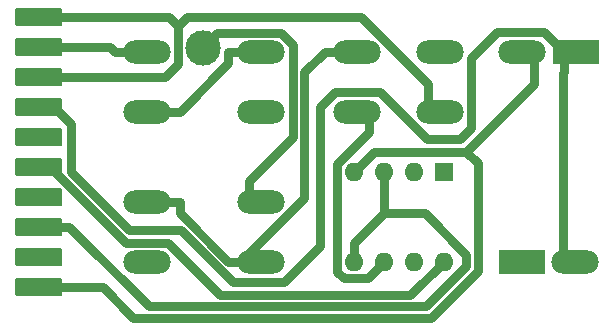
<source format=gbr>
G04 #@! TF.GenerationSoftware,KiCad,Pcbnew,5.1.5+dfsg1-2build2*
G04 #@! TF.CreationDate,2021-05-15T15:28:44-07:00*
G04 #@! TF.ProjectId,preamp-board-v5,70726561-6d70-42d6-926f-6172642d7635,rev?*
G04 #@! TF.SameCoordinates,Original*
G04 #@! TF.FileFunction,Copper,L2,Bot*
G04 #@! TF.FilePolarity,Positive*
%FSLAX46Y46*%
G04 Gerber Fmt 4.6, Leading zero omitted, Abs format (unit mm)*
G04 Created by KiCad (PCBNEW 5.1.5+dfsg1-2build2) date 2021-05-15 15:28:44*
%MOMM*%
%LPD*%
G04 APERTURE LIST*
%ADD10R,4.000000X2.000000*%
%ADD11O,4.000000X2.000000*%
%ADD12C,0.100000*%
%ADD13R,1.600000X1.600000*%
%ADD14O,1.600000X1.600000*%
%ADD15C,3.000000*%
%ADD16C,0.750000*%
G04 APERTURE END LIST*
D10*
X678450000Y640715000D03*
D11*
X682950000Y640715000D03*
X678490000Y658495000D03*
D10*
X682990000Y658495000D03*
D11*
X664480000Y658495000D03*
X671480000Y658495000D03*
X671480000Y653415000D03*
X664480000Y653415000D03*
G04 #@! TA.AperFunction,ConnectorPad*
D12*
G36*
X639359925Y662181039D02*
G01*
X639379305Y662178164D01*
X639398310Y662173403D01*
X639416756Y662166803D01*
X639434468Y662158426D01*
X639451272Y662148354D01*
X639467009Y662136683D01*
X639481526Y662123526D01*
X639494683Y662109009D01*
X639506354Y662093272D01*
X639516426Y662076468D01*
X639524803Y662058756D01*
X639531403Y662040310D01*
X639536164Y662021305D01*
X639539039Y662001925D01*
X639540000Y661982356D01*
X639540000Y660857644D01*
X639539039Y660838075D01*
X639536164Y660818695D01*
X639531403Y660799690D01*
X639524803Y660781244D01*
X639516426Y660763532D01*
X639506354Y660746728D01*
X639494683Y660730991D01*
X639481526Y660716474D01*
X639467009Y660703317D01*
X639451272Y660691646D01*
X639434468Y660681574D01*
X639416756Y660673197D01*
X639398310Y660666597D01*
X639379305Y660661836D01*
X639359925Y660658961D01*
X639340356Y660658000D01*
X635739644Y660658000D01*
X635720075Y660658961D01*
X635700695Y660661836D01*
X635681690Y660666597D01*
X635663244Y660673197D01*
X635645532Y660681574D01*
X635628728Y660691646D01*
X635612991Y660703317D01*
X635598474Y660716474D01*
X635585317Y660730991D01*
X635573646Y660746728D01*
X635563574Y660763532D01*
X635555197Y660781244D01*
X635548597Y660799690D01*
X635543836Y660818695D01*
X635540961Y660838075D01*
X635540000Y660857644D01*
X635540000Y661982356D01*
X635540961Y662001925D01*
X635543836Y662021305D01*
X635548597Y662040310D01*
X635555197Y662058756D01*
X635563574Y662076468D01*
X635573646Y662093272D01*
X635585317Y662109009D01*
X635598474Y662123526D01*
X635612991Y662136683D01*
X635628728Y662148354D01*
X635645532Y662158426D01*
X635663244Y662166803D01*
X635681690Y662173403D01*
X635700695Y662178164D01*
X635720075Y662181039D01*
X635739644Y662182000D01*
X639340356Y662182000D01*
X639359925Y662181039D01*
G37*
G04 #@! TD.AperFunction*
G04 #@! TA.AperFunction,ConnectorPad*
G36*
X639359925Y659641039D02*
G01*
X639379305Y659638164D01*
X639398310Y659633403D01*
X639416756Y659626803D01*
X639434468Y659618426D01*
X639451272Y659608354D01*
X639467009Y659596683D01*
X639481526Y659583526D01*
X639494683Y659569009D01*
X639506354Y659553272D01*
X639516426Y659536468D01*
X639524803Y659518756D01*
X639531403Y659500310D01*
X639536164Y659481305D01*
X639539039Y659461925D01*
X639540000Y659442356D01*
X639540000Y658317644D01*
X639539039Y658298075D01*
X639536164Y658278695D01*
X639531403Y658259690D01*
X639524803Y658241244D01*
X639516426Y658223532D01*
X639506354Y658206728D01*
X639494683Y658190991D01*
X639481526Y658176474D01*
X639467009Y658163317D01*
X639451272Y658151646D01*
X639434468Y658141574D01*
X639416756Y658133197D01*
X639398310Y658126597D01*
X639379305Y658121836D01*
X639359925Y658118961D01*
X639340356Y658118000D01*
X635739644Y658118000D01*
X635720075Y658118961D01*
X635700695Y658121836D01*
X635681690Y658126597D01*
X635663244Y658133197D01*
X635645532Y658141574D01*
X635628728Y658151646D01*
X635612991Y658163317D01*
X635598474Y658176474D01*
X635585317Y658190991D01*
X635573646Y658206728D01*
X635563574Y658223532D01*
X635555197Y658241244D01*
X635548597Y658259690D01*
X635543836Y658278695D01*
X635540961Y658298075D01*
X635540000Y658317644D01*
X635540000Y659442356D01*
X635540961Y659461925D01*
X635543836Y659481305D01*
X635548597Y659500310D01*
X635555197Y659518756D01*
X635563574Y659536468D01*
X635573646Y659553272D01*
X635585317Y659569009D01*
X635598474Y659583526D01*
X635612991Y659596683D01*
X635628728Y659608354D01*
X635645532Y659618426D01*
X635663244Y659626803D01*
X635681690Y659633403D01*
X635700695Y659638164D01*
X635720075Y659641039D01*
X635739644Y659642000D01*
X639340356Y659642000D01*
X639359925Y659641039D01*
G37*
G04 #@! TD.AperFunction*
G04 #@! TA.AperFunction,ConnectorPad*
G36*
X639359925Y657101039D02*
G01*
X639379305Y657098164D01*
X639398310Y657093403D01*
X639416756Y657086803D01*
X639434468Y657078426D01*
X639451272Y657068354D01*
X639467009Y657056683D01*
X639481526Y657043526D01*
X639494683Y657029009D01*
X639506354Y657013272D01*
X639516426Y656996468D01*
X639524803Y656978756D01*
X639531403Y656960310D01*
X639536164Y656941305D01*
X639539039Y656921925D01*
X639540000Y656902356D01*
X639540000Y655777644D01*
X639539039Y655758075D01*
X639536164Y655738695D01*
X639531403Y655719690D01*
X639524803Y655701244D01*
X639516426Y655683532D01*
X639506354Y655666728D01*
X639494683Y655650991D01*
X639481526Y655636474D01*
X639467009Y655623317D01*
X639451272Y655611646D01*
X639434468Y655601574D01*
X639416756Y655593197D01*
X639398310Y655586597D01*
X639379305Y655581836D01*
X639359925Y655578961D01*
X639340356Y655578000D01*
X635739644Y655578000D01*
X635720075Y655578961D01*
X635700695Y655581836D01*
X635681690Y655586597D01*
X635663244Y655593197D01*
X635645532Y655601574D01*
X635628728Y655611646D01*
X635612991Y655623317D01*
X635598474Y655636474D01*
X635585317Y655650991D01*
X635573646Y655666728D01*
X635563574Y655683532D01*
X635555197Y655701244D01*
X635548597Y655719690D01*
X635543836Y655738695D01*
X635540961Y655758075D01*
X635540000Y655777644D01*
X635540000Y656902356D01*
X635540961Y656921925D01*
X635543836Y656941305D01*
X635548597Y656960310D01*
X635555197Y656978756D01*
X635563574Y656996468D01*
X635573646Y657013272D01*
X635585317Y657029009D01*
X635598474Y657043526D01*
X635612991Y657056683D01*
X635628728Y657068354D01*
X635645532Y657078426D01*
X635663244Y657086803D01*
X635681690Y657093403D01*
X635700695Y657098164D01*
X635720075Y657101039D01*
X635739644Y657102000D01*
X639340356Y657102000D01*
X639359925Y657101039D01*
G37*
G04 #@! TD.AperFunction*
G04 #@! TA.AperFunction,ConnectorPad*
G36*
X639359925Y654561039D02*
G01*
X639379305Y654558164D01*
X639398310Y654553403D01*
X639416756Y654546803D01*
X639434468Y654538426D01*
X639451272Y654528354D01*
X639467009Y654516683D01*
X639481526Y654503526D01*
X639494683Y654489009D01*
X639506354Y654473272D01*
X639516426Y654456468D01*
X639524803Y654438756D01*
X639531403Y654420310D01*
X639536164Y654401305D01*
X639539039Y654381925D01*
X639540000Y654362356D01*
X639540000Y653237644D01*
X639539039Y653218075D01*
X639536164Y653198695D01*
X639531403Y653179690D01*
X639524803Y653161244D01*
X639516426Y653143532D01*
X639506354Y653126728D01*
X639494683Y653110991D01*
X639481526Y653096474D01*
X639467009Y653083317D01*
X639451272Y653071646D01*
X639434468Y653061574D01*
X639416756Y653053197D01*
X639398310Y653046597D01*
X639379305Y653041836D01*
X639359925Y653038961D01*
X639340356Y653038000D01*
X635739644Y653038000D01*
X635720075Y653038961D01*
X635700695Y653041836D01*
X635681690Y653046597D01*
X635663244Y653053197D01*
X635645532Y653061574D01*
X635628728Y653071646D01*
X635612991Y653083317D01*
X635598474Y653096474D01*
X635585317Y653110991D01*
X635573646Y653126728D01*
X635563574Y653143532D01*
X635555197Y653161244D01*
X635548597Y653179690D01*
X635543836Y653198695D01*
X635540961Y653218075D01*
X635540000Y653237644D01*
X635540000Y654362356D01*
X635540961Y654381925D01*
X635543836Y654401305D01*
X635548597Y654420310D01*
X635555197Y654438756D01*
X635563574Y654456468D01*
X635573646Y654473272D01*
X635585317Y654489009D01*
X635598474Y654503526D01*
X635612991Y654516683D01*
X635628728Y654528354D01*
X635645532Y654538426D01*
X635663244Y654546803D01*
X635681690Y654553403D01*
X635700695Y654558164D01*
X635720075Y654561039D01*
X635739644Y654562000D01*
X639340356Y654562000D01*
X639359925Y654561039D01*
G37*
G04 #@! TD.AperFunction*
G04 #@! TA.AperFunction,ConnectorPad*
G36*
X639359925Y652021039D02*
G01*
X639379305Y652018164D01*
X639398310Y652013403D01*
X639416756Y652006803D01*
X639434468Y651998426D01*
X639451272Y651988354D01*
X639467009Y651976683D01*
X639481526Y651963526D01*
X639494683Y651949009D01*
X639506354Y651933272D01*
X639516426Y651916468D01*
X639524803Y651898756D01*
X639531403Y651880310D01*
X639536164Y651861305D01*
X639539039Y651841925D01*
X639540000Y651822356D01*
X639540000Y650697644D01*
X639539039Y650678075D01*
X639536164Y650658695D01*
X639531403Y650639690D01*
X639524803Y650621244D01*
X639516426Y650603532D01*
X639506354Y650586728D01*
X639494683Y650570991D01*
X639481526Y650556474D01*
X639467009Y650543317D01*
X639451272Y650531646D01*
X639434468Y650521574D01*
X639416756Y650513197D01*
X639398310Y650506597D01*
X639379305Y650501836D01*
X639359925Y650498961D01*
X639340356Y650498000D01*
X635739644Y650498000D01*
X635720075Y650498961D01*
X635700695Y650501836D01*
X635681690Y650506597D01*
X635663244Y650513197D01*
X635645532Y650521574D01*
X635628728Y650531646D01*
X635612991Y650543317D01*
X635598474Y650556474D01*
X635585317Y650570991D01*
X635573646Y650586728D01*
X635563574Y650603532D01*
X635555197Y650621244D01*
X635548597Y650639690D01*
X635543836Y650658695D01*
X635540961Y650678075D01*
X635540000Y650697644D01*
X635540000Y651822356D01*
X635540961Y651841925D01*
X635543836Y651861305D01*
X635548597Y651880310D01*
X635555197Y651898756D01*
X635563574Y651916468D01*
X635573646Y651933272D01*
X635585317Y651949009D01*
X635598474Y651963526D01*
X635612991Y651976683D01*
X635628728Y651988354D01*
X635645532Y651998426D01*
X635663244Y652006803D01*
X635681690Y652013403D01*
X635700695Y652018164D01*
X635720075Y652021039D01*
X635739644Y652022000D01*
X639340356Y652022000D01*
X639359925Y652021039D01*
G37*
G04 #@! TD.AperFunction*
G04 #@! TA.AperFunction,ConnectorPad*
G36*
X639359925Y649481039D02*
G01*
X639379305Y649478164D01*
X639398310Y649473403D01*
X639416756Y649466803D01*
X639434468Y649458426D01*
X639451272Y649448354D01*
X639467009Y649436683D01*
X639481526Y649423526D01*
X639494683Y649409009D01*
X639506354Y649393272D01*
X639516426Y649376468D01*
X639524803Y649358756D01*
X639531403Y649340310D01*
X639536164Y649321305D01*
X639539039Y649301925D01*
X639540000Y649282356D01*
X639540000Y648157644D01*
X639539039Y648138075D01*
X639536164Y648118695D01*
X639531403Y648099690D01*
X639524803Y648081244D01*
X639516426Y648063532D01*
X639506354Y648046728D01*
X639494683Y648030991D01*
X639481526Y648016474D01*
X639467009Y648003317D01*
X639451272Y647991646D01*
X639434468Y647981574D01*
X639416756Y647973197D01*
X639398310Y647966597D01*
X639379305Y647961836D01*
X639359925Y647958961D01*
X639340356Y647958000D01*
X635739644Y647958000D01*
X635720075Y647958961D01*
X635700695Y647961836D01*
X635681690Y647966597D01*
X635663244Y647973197D01*
X635645532Y647981574D01*
X635628728Y647991646D01*
X635612991Y648003317D01*
X635598474Y648016474D01*
X635585317Y648030991D01*
X635573646Y648046728D01*
X635563574Y648063532D01*
X635555197Y648081244D01*
X635548597Y648099690D01*
X635543836Y648118695D01*
X635540961Y648138075D01*
X635540000Y648157644D01*
X635540000Y649282356D01*
X635540961Y649301925D01*
X635543836Y649321305D01*
X635548597Y649340310D01*
X635555197Y649358756D01*
X635563574Y649376468D01*
X635573646Y649393272D01*
X635585317Y649409009D01*
X635598474Y649423526D01*
X635612991Y649436683D01*
X635628728Y649448354D01*
X635645532Y649458426D01*
X635663244Y649466803D01*
X635681690Y649473403D01*
X635700695Y649478164D01*
X635720075Y649481039D01*
X635739644Y649482000D01*
X639340356Y649482000D01*
X639359925Y649481039D01*
G37*
G04 #@! TD.AperFunction*
G04 #@! TA.AperFunction,ConnectorPad*
G36*
X639359925Y646941039D02*
G01*
X639379305Y646938164D01*
X639398310Y646933403D01*
X639416756Y646926803D01*
X639434468Y646918426D01*
X639451272Y646908354D01*
X639467009Y646896683D01*
X639481526Y646883526D01*
X639494683Y646869009D01*
X639506354Y646853272D01*
X639516426Y646836468D01*
X639524803Y646818756D01*
X639531403Y646800310D01*
X639536164Y646781305D01*
X639539039Y646761925D01*
X639540000Y646742356D01*
X639540000Y645617644D01*
X639539039Y645598075D01*
X639536164Y645578695D01*
X639531403Y645559690D01*
X639524803Y645541244D01*
X639516426Y645523532D01*
X639506354Y645506728D01*
X639494683Y645490991D01*
X639481526Y645476474D01*
X639467009Y645463317D01*
X639451272Y645451646D01*
X639434468Y645441574D01*
X639416756Y645433197D01*
X639398310Y645426597D01*
X639379305Y645421836D01*
X639359925Y645418961D01*
X639340356Y645418000D01*
X635739644Y645418000D01*
X635720075Y645418961D01*
X635700695Y645421836D01*
X635681690Y645426597D01*
X635663244Y645433197D01*
X635645532Y645441574D01*
X635628728Y645451646D01*
X635612991Y645463317D01*
X635598474Y645476474D01*
X635585317Y645490991D01*
X635573646Y645506728D01*
X635563574Y645523532D01*
X635555197Y645541244D01*
X635548597Y645559690D01*
X635543836Y645578695D01*
X635540961Y645598075D01*
X635540000Y645617644D01*
X635540000Y646742356D01*
X635540961Y646761925D01*
X635543836Y646781305D01*
X635548597Y646800310D01*
X635555197Y646818756D01*
X635563574Y646836468D01*
X635573646Y646853272D01*
X635585317Y646869009D01*
X635598474Y646883526D01*
X635612991Y646896683D01*
X635628728Y646908354D01*
X635645532Y646918426D01*
X635663244Y646926803D01*
X635681690Y646933403D01*
X635700695Y646938164D01*
X635720075Y646941039D01*
X635739644Y646942000D01*
X639340356Y646942000D01*
X639359925Y646941039D01*
G37*
G04 #@! TD.AperFunction*
G04 #@! TA.AperFunction,ConnectorPad*
G36*
X639359925Y644401039D02*
G01*
X639379305Y644398164D01*
X639398310Y644393403D01*
X639416756Y644386803D01*
X639434468Y644378426D01*
X639451272Y644368354D01*
X639467009Y644356683D01*
X639481526Y644343526D01*
X639494683Y644329009D01*
X639506354Y644313272D01*
X639516426Y644296468D01*
X639524803Y644278756D01*
X639531403Y644260310D01*
X639536164Y644241305D01*
X639539039Y644221925D01*
X639540000Y644202356D01*
X639540000Y643077644D01*
X639539039Y643058075D01*
X639536164Y643038695D01*
X639531403Y643019690D01*
X639524803Y643001244D01*
X639516426Y642983532D01*
X639506354Y642966728D01*
X639494683Y642950991D01*
X639481526Y642936474D01*
X639467009Y642923317D01*
X639451272Y642911646D01*
X639434468Y642901574D01*
X639416756Y642893197D01*
X639398310Y642886597D01*
X639379305Y642881836D01*
X639359925Y642878961D01*
X639340356Y642878000D01*
X635739644Y642878000D01*
X635720075Y642878961D01*
X635700695Y642881836D01*
X635681690Y642886597D01*
X635663244Y642893197D01*
X635645532Y642901574D01*
X635628728Y642911646D01*
X635612991Y642923317D01*
X635598474Y642936474D01*
X635585317Y642950991D01*
X635573646Y642966728D01*
X635563574Y642983532D01*
X635555197Y643001244D01*
X635548597Y643019690D01*
X635543836Y643038695D01*
X635540961Y643058075D01*
X635540000Y643077644D01*
X635540000Y644202356D01*
X635540961Y644221925D01*
X635543836Y644241305D01*
X635548597Y644260310D01*
X635555197Y644278756D01*
X635563574Y644296468D01*
X635573646Y644313272D01*
X635585317Y644329009D01*
X635598474Y644343526D01*
X635612991Y644356683D01*
X635628728Y644368354D01*
X635645532Y644378426D01*
X635663244Y644386803D01*
X635681690Y644393403D01*
X635700695Y644398164D01*
X635720075Y644401039D01*
X635739644Y644402000D01*
X639340356Y644402000D01*
X639359925Y644401039D01*
G37*
G04 #@! TD.AperFunction*
G04 #@! TA.AperFunction,ConnectorPad*
G36*
X639359925Y641861039D02*
G01*
X639379305Y641858164D01*
X639398310Y641853403D01*
X639416756Y641846803D01*
X639434468Y641838426D01*
X639451272Y641828354D01*
X639467009Y641816683D01*
X639481526Y641803526D01*
X639494683Y641789009D01*
X639506354Y641773272D01*
X639516426Y641756468D01*
X639524803Y641738756D01*
X639531403Y641720310D01*
X639536164Y641701305D01*
X639539039Y641681925D01*
X639540000Y641662356D01*
X639540000Y640537644D01*
X639539039Y640518075D01*
X639536164Y640498695D01*
X639531403Y640479690D01*
X639524803Y640461244D01*
X639516426Y640443532D01*
X639506354Y640426728D01*
X639494683Y640410991D01*
X639481526Y640396474D01*
X639467009Y640383317D01*
X639451272Y640371646D01*
X639434468Y640361574D01*
X639416756Y640353197D01*
X639398310Y640346597D01*
X639379305Y640341836D01*
X639359925Y640338961D01*
X639340356Y640338000D01*
X635739644Y640338000D01*
X635720075Y640338961D01*
X635700695Y640341836D01*
X635681690Y640346597D01*
X635663244Y640353197D01*
X635645532Y640361574D01*
X635628728Y640371646D01*
X635612991Y640383317D01*
X635598474Y640396474D01*
X635585317Y640410991D01*
X635573646Y640426728D01*
X635563574Y640443532D01*
X635555197Y640461244D01*
X635548597Y640479690D01*
X635543836Y640498695D01*
X635540961Y640518075D01*
X635540000Y640537644D01*
X635540000Y641662356D01*
X635540961Y641681925D01*
X635543836Y641701305D01*
X635548597Y641720310D01*
X635555197Y641738756D01*
X635563574Y641756468D01*
X635573646Y641773272D01*
X635585317Y641789009D01*
X635598474Y641803526D01*
X635612991Y641816683D01*
X635628728Y641828354D01*
X635645532Y641838426D01*
X635663244Y641846803D01*
X635681690Y641853403D01*
X635700695Y641858164D01*
X635720075Y641861039D01*
X635739644Y641862000D01*
X639340356Y641862000D01*
X639359925Y641861039D01*
G37*
G04 #@! TD.AperFunction*
G04 #@! TA.AperFunction,ConnectorPad*
G36*
X639359925Y639321039D02*
G01*
X639379305Y639318164D01*
X639398310Y639313403D01*
X639416756Y639306803D01*
X639434468Y639298426D01*
X639451272Y639288354D01*
X639467009Y639276683D01*
X639481526Y639263526D01*
X639494683Y639249009D01*
X639506354Y639233272D01*
X639516426Y639216468D01*
X639524803Y639198756D01*
X639531403Y639180310D01*
X639536164Y639161305D01*
X639539039Y639141925D01*
X639540000Y639122356D01*
X639540000Y637997644D01*
X639539039Y637978075D01*
X639536164Y637958695D01*
X639531403Y637939690D01*
X639524803Y637921244D01*
X639516426Y637903532D01*
X639506354Y637886728D01*
X639494683Y637870991D01*
X639481526Y637856474D01*
X639467009Y637843317D01*
X639451272Y637831646D01*
X639434468Y637821574D01*
X639416756Y637813197D01*
X639398310Y637806597D01*
X639379305Y637801836D01*
X639359925Y637798961D01*
X639340356Y637798000D01*
X635739644Y637798000D01*
X635720075Y637798961D01*
X635700695Y637801836D01*
X635681690Y637806597D01*
X635663244Y637813197D01*
X635645532Y637821574D01*
X635628728Y637831646D01*
X635612991Y637843317D01*
X635598474Y637856474D01*
X635585317Y637870991D01*
X635573646Y637886728D01*
X635563574Y637903532D01*
X635555197Y637921244D01*
X635548597Y637939690D01*
X635543836Y637958695D01*
X635540961Y637978075D01*
X635540000Y637997644D01*
X635540000Y639122356D01*
X635540961Y639141925D01*
X635543836Y639161305D01*
X635548597Y639180310D01*
X635555197Y639198756D01*
X635563574Y639216468D01*
X635573646Y639233272D01*
X635585317Y639249009D01*
X635598474Y639263526D01*
X635612991Y639276683D01*
X635628728Y639288354D01*
X635645532Y639298426D01*
X635663244Y639306803D01*
X635681690Y639313403D01*
X635700695Y639318164D01*
X635720075Y639321039D01*
X635739644Y639322000D01*
X639340356Y639322000D01*
X639359925Y639321039D01*
G37*
G04 #@! TD.AperFunction*
D11*
X646700000Y658495000D03*
X656320000Y658495000D03*
X656320000Y640715000D03*
X646700000Y640715000D03*
X646700000Y653415000D03*
X656320000Y653415000D03*
X656320000Y645795000D03*
X646700000Y645795000D03*
D13*
X671830000Y648335000D03*
D14*
X664210000Y640715000D03*
X669290000Y648335000D03*
X666750000Y640715000D03*
X666750000Y648335000D03*
X669290000Y640715000D03*
X664210000Y648335000D03*
X671830000Y640715000D03*
D15*
X651419000Y658825000D03*
D16*
X671830000Y640715000D02*
X668992000Y637877000D01*
X668992000Y637877000D02*
X652913000Y637877000D01*
X652913000Y637877000D02*
X648498000Y642292000D01*
X648498000Y642292000D02*
X644887000Y642292000D01*
X644887000Y642292000D02*
X638459000Y648720000D01*
X638459000Y648720000D02*
X637540000Y648720000D01*
X681990000Y658495000D02*
X681990000Y656745000D01*
X681950000Y640715000D02*
X681950000Y656705000D01*
X681950000Y656705000D02*
X681990000Y656745000D01*
X681990000Y658495000D02*
X680347000Y660138000D01*
X680347000Y660138000D02*
X676353000Y660138000D01*
X676353000Y660138000D02*
X674140000Y657925000D01*
X674140000Y657925000D02*
X674140000Y652056000D01*
X674140000Y652056000D02*
X673212000Y651128000D01*
X673212000Y651128000D02*
X670423000Y651128000D01*
X670423000Y651128000D02*
X666447000Y655104000D01*
X666447000Y655104000D02*
X662604000Y655104000D01*
X662604000Y655104000D02*
X661323000Y653823000D01*
X661323000Y653823000D02*
X661323000Y642041000D01*
X661323000Y642041000D02*
X658266000Y638984000D01*
X658266000Y638984000D02*
X653954000Y638984000D01*
X653954000Y638984000D02*
X649544000Y643394000D01*
X649544000Y643394000D02*
X645132000Y643394000D01*
X645132000Y643394000D02*
X640221000Y648305000D01*
X640221000Y648305000D02*
X640221000Y652382000D01*
X640221000Y652382000D02*
X638803000Y653800000D01*
X638803000Y653800000D02*
X637540000Y653800000D01*
X637540000Y643640000D02*
X640118000Y643640000D01*
X640118000Y643640000D02*
X646832000Y636926000D01*
X646832000Y636926000D02*
X670352000Y636926000D01*
X670352000Y636926000D02*
X673737000Y640311000D01*
X673737000Y640311000D02*
X673737000Y641300000D01*
X673737000Y641300000D02*
X670232000Y644805000D01*
X670232000Y644805000D02*
X666750000Y644805000D01*
X666750000Y644805000D02*
X664210000Y642265000D01*
X666750000Y648335000D02*
X666750000Y644805000D01*
X664210000Y640715000D02*
X664210000Y642265000D01*
X637540000Y638560000D02*
X642939000Y638560000D01*
X642939000Y638560000D02*
X645524000Y635975000D01*
X645524000Y635975000D02*
X670745000Y635975000D01*
X670745000Y635975000D02*
X674688000Y639918000D01*
X674688000Y639918000D02*
X674688000Y649084000D01*
X674688000Y649084000D02*
X673737000Y650035000D01*
X673737000Y650035000D02*
X665910000Y650035000D01*
X665910000Y650035000D02*
X664210000Y648335000D01*
X679490000Y656745000D02*
X679490000Y655788000D01*
X679490000Y655788000D02*
X673737000Y650035000D01*
X679490000Y658495000D02*
X679490000Y656745000D01*
X665480000Y658495000D02*
X661730000Y658495000D01*
X654558000Y640715000D02*
X659976000Y646133000D01*
X659976000Y646133000D02*
X659976000Y656741000D01*
X659976000Y656741000D02*
X661730000Y658495000D01*
X654558000Y640715000D02*
X653570000Y640715000D01*
X655320000Y640715000D02*
X654558000Y640715000D01*
X647700000Y645795000D02*
X649450000Y645795000D01*
X653570000Y640715000D02*
X649450000Y644835000D01*
X649450000Y644835000D02*
X649450000Y645795000D01*
X649326000Y660695000D02*
X649326000Y657459000D01*
X649326000Y657459000D02*
X648207000Y656340000D01*
X648207000Y656340000D02*
X637540000Y656340000D01*
X670480000Y653415000D02*
X670480000Y655753000D01*
X670480000Y655753000D02*
X664777000Y661456000D01*
X664777000Y661456000D02*
X650087000Y661456000D01*
X650087000Y661456000D02*
X649326000Y660695000D01*
X649326000Y660695000D02*
X648601000Y661420000D01*
X648601000Y661420000D02*
X637540000Y661420000D01*
X665480000Y653415000D02*
X665480000Y651665000D01*
X666750000Y640715000D02*
X665372000Y639337000D01*
X665372000Y639337000D02*
X663340000Y639337000D01*
X663340000Y639337000D02*
X662807000Y639870000D01*
X662807000Y639870000D02*
X662807000Y648992000D01*
X662807000Y648992000D02*
X665480000Y651665000D01*
X649450000Y653415000D02*
X653570000Y657535000D01*
X653570000Y657535000D02*
X653570000Y658495000D01*
X655320000Y658495000D02*
X653570000Y658495000D01*
X647700000Y653415000D02*
X649450000Y653415000D01*
X655320000Y645795000D02*
X655320000Y647545000D01*
X655320000Y647545000D02*
X659024000Y651249000D01*
X659024000Y651249000D02*
X659024000Y659086000D01*
X659024000Y659086000D02*
X658038000Y660072000D01*
X658038000Y660072000D02*
X652666000Y660072000D01*
X652666000Y660072000D02*
X651419000Y658825000D01*
X647700000Y658495000D02*
X643950000Y658495000D01*
X643950000Y658495000D02*
X643565000Y658880000D01*
X643565000Y658880000D02*
X637540000Y658880000D01*
M02*

</source>
